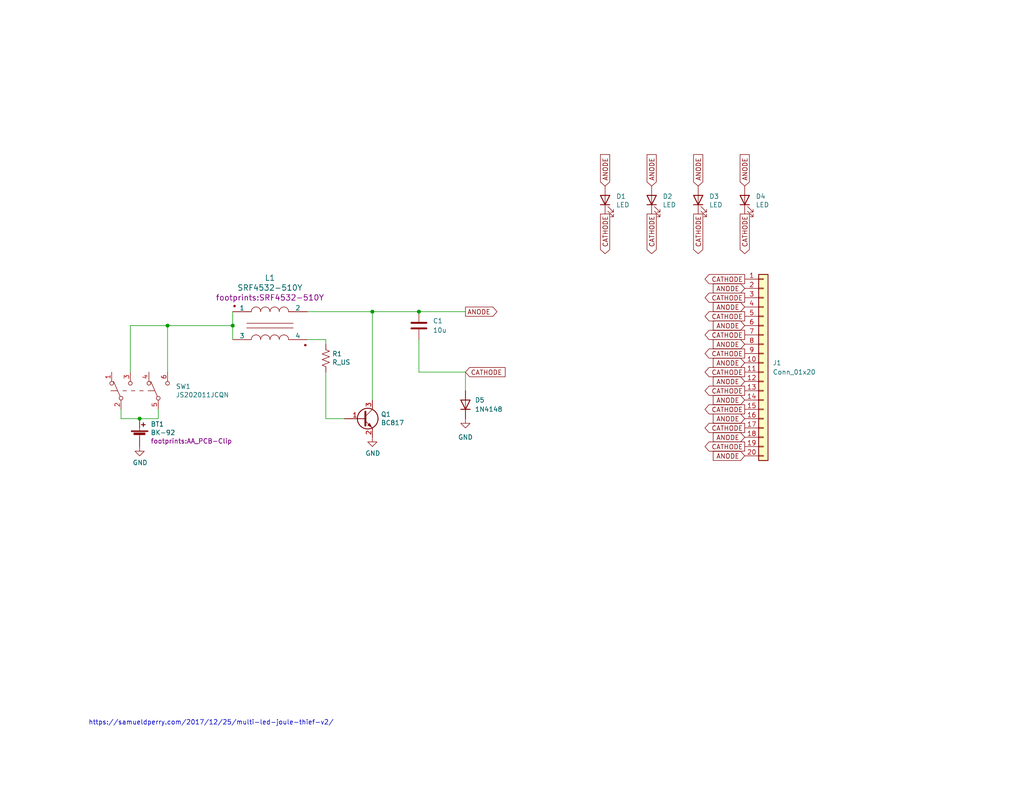
<source format=kicad_sch>
(kicad_sch (version 20211123) (generator eeschema)
  (paper "USLetter")
  (title_block (title "2021 Ornament") (date "2021-10-24") (rev "A") (company "Blaise Thompson"))
  (lib_symbols
    (symbol "Connector_Generic:Conn_01x20" (pin_names (offset 1.016) hide)
      (property "Reference" "J" (at 0 25.4 0))
      (property "Value" "Conn_01x20" (at 0 -27.94 0))
      (symbol "Conn_01x20_1_1"
        (rectangle (start -1.27 -25.273) (end 0 -25.527) (stroke (width 0.1524)))
        (rectangle (start -1.27 -22.733) (end 0 -22.987) (stroke (width 0.1524)))
        (rectangle (start -1.27 -20.193) (end 0 -20.447) (stroke (width 0.1524)))
        (rectangle (start -1.27 -17.653) (end 0 -17.907) (stroke (width 0.1524)))
        (rectangle (start -1.27 -15.113) (end 0 -15.367) (stroke (width 0.1524)))
        (rectangle (start -1.27 -12.573) (end 0 -12.827) (stroke (width 0.1524)))
        (rectangle (start -1.27 -10.033) (end 0 -10.287) (stroke (width 0.1524)))
        (rectangle (start -1.27 -7.493) (end 0 -7.747) (stroke (width 0.1524)))
        (rectangle (start -1.27 -4.953) (end 0 -5.207) (stroke (width 0.1524)))
        (rectangle (start -1.27 -2.413) (end 0 -2.667) (stroke (width 0.1524)))
        (rectangle (start -1.27 0.127) (end 0 -0.127) (stroke (width 0.1524)))
        (rectangle (start -1.27 2.667) (end 0 2.413) (stroke (width 0.1524)))
        (rectangle (start -1.27 5.207) (end 0 4.953) (stroke (width 0.1524)))
        (rectangle (start -1.27 7.747) (end 0 7.493) (stroke (width 0.1524)))
        (rectangle (start -1.27 10.287) (end 0 10.033) (stroke (width 0.1524)))
        (rectangle (start -1.27 12.827) (end 0 12.573) (stroke (width 0.1524)))
        (rectangle (start -1.27 15.367) (end 0 15.113) (stroke (width 0.1524)))
        (rectangle (start -1.27 17.907) (end 0 17.653) (stroke (width 0.1524)))
        (rectangle (start -1.27 20.447) (end 0 20.193) (stroke (width 0.1524)))
        (rectangle (start -1.27 22.987) (end 0 22.733) (stroke (width 0.1524)))
        (rectangle (start -1.27 24.13) (end 1.27 -26.67) (stroke (width 0.254)) (fill (type background)))
        (pin passive line (at -5.08 22.86 0) (length 3.81) (name "Pin_1") (number "1"))
        (pin passive line (at -5.08 0 0) (length 3.81) (name "Pin_10") (number "10"))
        (pin passive line (at -5.08 -2.54 0) (length 3.81) (name "Pin_11") (number "11"))
        (pin passive line (at -5.08 -5.08 0) (length 3.81) (name "Pin_12") (number "12"))
        (pin passive line (at -5.08 -7.62 0) (length 3.81) (name "Pin_13") (number "13"))
        (pin passive line (at -5.08 -10.16 0) (length 3.81) (name "Pin_14") (number "14"))
        (pin passive line (at -5.08 -12.7 0) (length 3.81) (name "Pin_15") (number "15"))
        (pin passive line (at -5.08 -15.24 0) (length 3.81) (name "Pin_16") (number "16"))
        (pin passive line (at -5.08 -17.78 0) (length 3.81) (name "Pin_17") (number "17"))
        (pin passive line (at -5.08 -20.32 0) (length 3.81) (name "Pin_18") (number "18"))
        (pin passive line (at -5.08 -22.86 0) (length 3.81) (name "Pin_19") (number "19"))
        (pin passive line (at -5.08 20.32 0) (length 3.81) (name "Pin_2") (number "2"))
        (pin passive line (at -5.08 -25.4 0) (length 3.81) (name "Pin_20") (number "20"))
        (pin passive line (at -5.08 17.78 0) (length 3.81) (name "Pin_3") (number "3"))
        (pin passive line (at -5.08 15.24 0) (length 3.81) (name "Pin_4") (number "4"))
        (pin passive line (at -5.08 12.7 0) (length 3.81) (name "Pin_5") (number "5"))
        (pin passive line (at -5.08 10.16 0) (length 3.81) (name "Pin_6") (number "6"))
        (pin passive line (at -5.08 7.62 0) (length 3.81) (name "Pin_7") (number "7"))
        (pin passive line (at -5.08 5.08 0) (length 3.81) (name "Pin_8") (number "8"))
        (pin passive line (at -5.08 2.54 0) (length 3.81) (name "Pin_9") (number "9"))
      )
    )
    (symbol "Device:Battery_Cell" (pin_numbers hide) (pin_names (offset 0) hide)
      (property "Reference" "BT" (at 2.54 2.54 0))
      (property "Value" "Battery_Cell" (at 2.54 0 0))
      (symbol "Battery_Cell_0_1"
        (rectangle (start -2.286 1.778) (end 2.286 1.524) (fill (type outline)))
        (rectangle (start -1.5748 1.1938) (end 1.4732 0.6858) (fill (type outline)))
        (polyline (pts (xy 0 0.762) (xy 0 0)))
        (polyline (pts (xy 0 1.778) (xy 0 2.54)))
        (polyline (pts (xy 0.508 3.429) (xy 1.524 3.429)) (stroke (width 0.254)))
        (polyline (pts (xy 1.016 3.937) (xy 1.016 2.921)) (stroke (width 0.254)))
      )
      (symbol "Battery_Cell_1_1"
        (pin passive line (at 0 5.08 270) (length 2.54) (name "+") (number "1"))
        (pin passive line (at 0 -2.54 90) (length 2.54) (name "-") (number "2"))
      )
    )
    (symbol "Device:C" (pin_numbers hide) (pin_names (offset 0.254))
      (property "Reference" "C" (at 0.635 2.54 0))
      (property "Value" "C" (at 0.635 -2.54 0))
      (symbol "C_0_1"
        (polyline (pts (xy -2.032 -0.762) (xy 2.032 -0.762)) (stroke (width 0.508)))
        (polyline (pts (xy -2.032 0.762) (xy 2.032 0.762)) (stroke (width 0.508)))
      )
      (symbol "C_1_1"
        (pin passive line (at 0 3.81 270) (length 2.794) (name "~") (number "1"))
        (pin passive line (at 0 -3.81 90) (length 2.794) (name "~") (number "2"))
      )
    )
    (symbol "Device:LED" (pin_numbers hide) (pin_names (offset 1.016) hide)
      (property "Reference" "D" (at 0 2.54 0))
      (property "Value" "LED" (at 0 -2.54 0))
      (symbol "LED_0_1"
        (polyline (pts (xy -1.27 -1.27) (xy -1.27 1.27)) (stroke (width 0.254)))
        (polyline (pts (xy -1.27 0) (xy 1.27 0)))
        (polyline (pts (xy 1.27 -1.27) (xy 1.27 1.27) (xy -1.27 0) (xy 1.27 -1.27)) (stroke (width 0.254)))
        (polyline (pts (xy -3.048 -0.762) (xy -4.572 -2.286) (xy -3.81 -2.286) (xy -4.572 -2.286) (xy -4.572 -1.524)))
        (polyline (pts (xy -1.778 -0.762) (xy -3.302 -2.286) (xy -2.54 -2.286) (xy -3.302 -2.286) (xy -3.302 -1.524)))
      )
      (symbol "LED_1_1"
        (pin passive line (at -3.81 0 0) (length 2.54) (name "K") (number "1"))
        (pin passive line (at 3.81 0 180) (length 2.54) (name "A") (number "2"))
      )
    )
    (symbol "Device:R_US" (pin_numbers hide) (pin_names (offset 0))
      (property "Reference" "R" (at 2.54 0 90))
      (property "Value" "R_US" (at -2.54 0 90))
      (symbol "R_US_0_1"
        (polyline (pts (xy 0 -2.286) (xy 0 -2.54)))
        (polyline (pts (xy 0 2.286) (xy 0 2.54)))
        (polyline (pts (xy 0 -0.762) (xy 1.016 -1.143) (xy 0 -1.524) (xy -1.016 -1.905) (xy 0 -2.286)))
        (polyline (pts (xy 0 0.762) (xy 1.016 0.381) (xy 0 0) (xy -1.016 -0.381) (xy 0 -0.762)))
        (polyline (pts (xy 0 2.286) (xy 1.016 1.905) (xy 0 1.524) (xy -1.016 1.143) (xy 0 0.762)))
      )
      (symbol "R_US_1_1"
        (pin passive line (at 0 3.81 270) (length 1.27) (name "~") (number "1"))
        (pin passive line (at 0 -3.81 90) (length 1.27) (name "~") (number "2"))
      )
    )
    (symbol "Diode:1N4148" (pin_numbers hide) (pin_names hide)
      (property "Reference" "D" (at 0 2.54 0))
      (property "Value" "1N4148" (at 0 -2.54 0))
      (symbol "1N4148_0_1"
        (polyline (pts (xy -1.27 1.27) (xy -1.27 -1.27)) (stroke (width 0.254)))
        (polyline (pts (xy 1.27 0) (xy -1.27 0)))
        (polyline (pts (xy 1.27 1.27) (xy 1.27 -1.27) (xy -1.27 0) (xy 1.27 1.27)) (stroke (width 0.254)))
      )
      (symbol "1N4148_1_1"
        (pin passive line (at -3.81 0 0) (length 2.54) (name "K") (number "1"))
        (pin passive line (at 3.81 0 180) (length 2.54) (name "A") (number "2"))
      )
    )
    (symbol "SRF4532-510Y:SRF4532-510Y" (pin_numbers hide) (pin_names (offset 0))
      (property "Reference" "L" (at 0 -6.35 0))
      (property "Value" "SRF4532-510Y" (at 0 7.62 0))
      (symbol "SRF4532-510Y_0_1"
        (circle (center -9.652 5.334) (radius 0.254) (fill (type outline)))
        (arc (start -3.81 -2.54) (mid -4.7246 -2.9029) (end -5.08 -3.81))
        (arc (start -3.81 5.08) (mid -4.7246 4.7171) (end -5.08 3.81))
        (arc (start -2.54 -3.81) (mid -2.9029 -2.8954) (end -3.81 -2.54))
        (arc (start -2.54 3.81) (mid -2.9029 4.7246) (end -3.81 5.08))
        (arc (start -1.27 -2.54) (mid -2.1846 -2.9029) (end -2.54 -3.81))
        (arc (start -1.27 5.08) (mid -2.1846 4.7171) (end -2.54 3.81))
        (arc (start 0 -3.81) (mid -0.3629 -2.8954) (end -1.27 -2.54))
        (polyline (pts (xy -6.35 0.635) (xy 6.35 0.635)))
        (polyline (pts (xy 6.35 -0.635) (xy -6.35 -0.635)))
        (arc (start 0 3.81) (mid -0.3629 4.7246) (end -1.27 5.08))
        (arc (start 1.27 -2.54) (mid 0.3554 -2.9029) (end 0 -3.81))
        (arc (start 1.27 5.08) (mid 0.3554 4.7171) (end 0 3.81))
        (arc (start 2.54 -3.81) (mid 2.1771 -2.8954) (end 1.27 -2.54))
        (arc (start 2.54 3.81) (mid 2.1771 4.7246) (end 1.27 5.08))
        (arc (start 3.81 -2.54) (mid 2.8954 -2.9029) (end 2.54 -3.81))
        (arc (start 3.81 5.08) (mid 2.8954 4.7171) (end 2.54 3.81))
        (arc (start 5.08 -3.81) (mid 4.7171 -2.8954) (end 3.81 -2.54))
        (arc (start 5.08 3.81) (mid 4.7171 4.7246) (end 3.81 5.08))
        (circle (center 9.652 -5.334) (radius 0.254) (fill (type outline)))
      )
      (symbol "SRF4532-510Y_1_1"
        (pin input line (at -10.16 3.81 0) (length 5.08) (name "1") (number "1"))
        (pin input line (at 10.16 3.81 180) (length 5.08) (name "2") (number "2"))
        (pin input line (at -10.16 -3.81 0) (length 5.08) (name "3") (number "3"))
        (pin input line (at 10.16 -3.81 180) (length 5.08) (name "4") (number "4"))
      )
    )
    (symbol "Switch:SW_Push_DPDT" (pin_names (offset 0) hide)
      (property "Reference" "SW" (at 0 8.89 0))
      (property "Value" "SW_Push_DPDT" (at 0 -10.16 0))
      (symbol "SW_Push_DPDT_0_0"
        (circle (center -2.032 -5.08) (radius 0.508))
        (circle (center -2.032 5.08) (radius 0.508))
        (circle (center 2.032 -7.62) (radius 0.508))
        (circle (center 2.032 2.54) (radius 0.508))
      )
      (symbol "SW_Push_DPDT_0_1"
        (polyline (pts (xy -1.524 -4.826) (xy 2.54 -3.048)))
        (polyline (pts (xy -1.524 5.334) (xy 2.54 7.112)))
        (polyline (pts (xy 0 -2.286) (xy 0 -4.064)))
        (polyline (pts (xy 0 -1.016) (xy 0 0)))
        (polyline (pts (xy 0 1.27) (xy 0 2.286)))
        (polyline (pts (xy 0 3.556) (xy 0 4.572)))
        (polyline (pts (xy 0 7.874) (xy 0 6.096)))
        (circle (center 2.032 -2.54) (radius 0.508))
        (circle (center 2.032 7.62) (radius 0.508))
      )
      (symbol "SW_Push_DPDT_1_1"
        (pin passive line (at 5.08 7.62 180) (length 2.54) (name "A") (number "1"))
        (pin passive line (at -5.08 5.08 0) (length 2.54) (name "B") (number "2"))
        (pin passive line (at 5.08 2.54 180) (length 2.54) (name "C") (number "3"))
        (pin passive line (at 5.08 -2.54 180) (length 2.54) (name "A") (number "4"))
        (pin passive line (at -5.08 -5.08 0) (length 2.54) (name "B") (number "5"))
        (pin passive line (at 5.08 -7.62 180) (length 2.54) (name "C") (number "6"))
      )
    )
    (symbol "Transistor_BJT:BC817" (pin_names (offset 0) hide)
      (property "Reference" "Q" (at 5.08 1.905 0))
      (property "Value" "BC817" (at 5.08 0 0))
      (symbol "BC817_0_1"
        (polyline (pts (xy 0.635 0.635) (xy 2.54 2.54)))
        (polyline (pts (xy 0.635 -0.635) (xy 2.54 -2.54) (xy 2.54 -2.54)))
        (polyline (pts (xy 0.635 1.905) (xy 0.635 -1.905) (xy 0.635 -1.905)) (stroke (width 0.508)))
        (polyline (pts (xy 1.27 -1.778) (xy 1.778 -1.27) (xy 2.286 -2.286) (xy 1.27 -1.778) (xy 1.27 -1.778)) (fill (type outline)))
        (circle (center 1.27 0) (radius 2.8194) (stroke (width 0.254)))
      )
      (symbol "BC817_1_1"
        (pin input line (at -5.08 0 0) (length 5.715) (name "B") (number "1"))
        (pin passive line (at 2.54 -5.08 90) (length 2.54) (name "E") (number "2"))
        (pin passive line (at 2.54 5.08 270) (length 2.54) (name "C") (number "3"))
      )
    )
    (symbol "power:GND" (power) (pin_names (offset 0))
      (property "Value" "GND" (at 0 -3.81 0))
      (symbol "GND_0_1"
        (polyline (pts (xy 0 0) (xy 0 -1.27) (xy 1.27 -1.27) (xy 0 -2.54) (xy -1.27 -1.27) (xy 0 -1.27)))
      )
      (symbol "GND_1_1"
        (pin power_in line (at 0 0 270) (length 0) hide (name "GND") (number "1"))
      )
    )
  )
  (junction (at 101.6 85.09))
  (junction (at 38.1 114.3))
  (junction (at 63.5 88.9))
  (junction (at 114.3 85.09))
  (junction (at 45.72 88.9))
  (wire (pts (xy 63.5 88.9) (xy 63.5 92.71)))
  (wire (pts (xy 127 101.6) (xy 114.3 101.6)))
  (wire (pts (xy 38.1 114.3) (xy 43.18 114.3)))
  (wire (pts (xy 83.82 92.71) (xy 88.9 92.71)))
  (wire (pts (xy 114.3 101.6) (xy 114.3 92.71)))
  (wire (pts (xy 88.9 114.3) (xy 93.98 114.3)))
  (wire (pts (xy 114.3 85.09) (xy 127 85.09)))
  (wire (pts (xy 127 101.6) (xy 127 106.68)))
  (wire (pts (xy 35.56 88.9) (xy 45.72 88.9)))
  (wire (pts (xy 63.5 88.9) (xy 63.5 85.09)))
  (wire (pts (xy 45.72 88.9) (xy 45.72 101.6)))
  (wire (pts (xy 43.18 114.3) (xy 43.18 111.76)))
  (wire (pts (xy 35.56 101.6) (xy 35.56 88.9)))
  (wire (pts (xy 45.72 88.9) (xy 63.5 88.9)))
  (wire (pts (xy 88.9 92.71) (xy 88.9 93.98)))
  (wire (pts (xy 33.02 114.3) (xy 38.1 114.3)))
  (wire (pts (xy 88.9 101.6) (xy 88.9 114.3)))
  (wire (pts (xy 101.6 85.09) (xy 114.3 85.09)))
  (wire (pts (xy 83.82 85.09) (xy 101.6 85.09)))
  (wire (pts (xy 33.02 111.76) (xy 33.02 114.3)))
  (wire (pts (xy 101.6 85.09) (xy 101.6 109.22)))
  (text "https://samueldperry.com/2017/12/25/multi-led-joule-thief-v2/" (at 24.13 198.12 0) (effects (font (size 1.27 1.27)) (justify left bottom)))
  (global_label "CATHODE" (shape output) (at 203.2 106.68 180) (property "Intersheet References" "${INTERSHEET_REFS}" (effects hide)))
  (global_label "ANODE" (shape input) (at 190.5 50.8 90) (property "Intersheet References" "${INTERSHEET_REFS}" (effects hide)))
  (global_label "CATHODE" (shape output) (at 203.2 81.28 180) (property "Intersheet References" "${INTERSHEET_REFS}" (effects hide)))
  (global_label "ANODE" (shape input) (at 177.8 50.8 90) (property "Intersheet References" "${INTERSHEET_REFS}" (effects hide)))
  (global_label "ANODE" (shape input) (at 203.2 93.98 180) (property "Intersheet References" "${INTERSHEET_REFS}" (effects hide)))
  (global_label "ANODE" (shape input) (at 203.2 124.46 180) (property "Intersheet References" "${INTERSHEET_REFS}" (effects hide)))
  (global_label "CATHODE" (shape output) (at 203.2 121.92 180) (property "Intersheet References" "${INTERSHEET_REFS}" (effects hide)))
  (global_label "ANODE" (shape input) (at 203.2 109.22 180) (property "Intersheet References" "${INTERSHEET_REFS}" (effects hide)))
  (global_label "CATHODE" (shape output) (at 203.2 86.36 180) (property "Intersheet References" "${INTERSHEET_REFS}" (effects hide)))
  (global_label "ANODE" (shape input) (at 165.1 50.8 90) (property "Intersheet References" "${INTERSHEET_REFS}" (effects hide)))
  (global_label "ANODE" (shape input) (at 203.2 104.14 180) (property "Intersheet References" "${INTERSHEET_REFS}" (effects hide)))
  (global_label "CATHODE" (shape output) (at 203.2 101.6 180) (property "Intersheet References" "${INTERSHEET_REFS}" (effects hide)))
  (global_label "CATHODE" (shape output) (at 203.2 116.84 180) (property "Intersheet References" "${INTERSHEET_REFS}" (effects hide)))
  (global_label "ANODE" (shape input) (at 203.2 50.8 90) (property "Intersheet References" "${INTERSHEET_REFS}" (effects hide)))
  (global_label "CATHODE" (shape output) (at 190.5 58.42 270) (property "Intersheet References" "${INTERSHEET_REFS}" (effects hide)))
  (global_label "ANODE" (shape input) (at 203.2 83.82 180) (property "Intersheet References" "${INTERSHEET_REFS}" (effects hide)))
  (global_label "CATHODE" (shape output) (at 203.2 58.42 270) (property "Intersheet References" "${INTERSHEET_REFS}" (effects hide)))
  (global_label "CATHODE" (shape output) (at 203.2 91.44 180) (property "Intersheet References" "${INTERSHEET_REFS}" (effects hide)))
  (global_label "ANODE" (shape input) (at 203.2 88.9 180) (property "Intersheet References" "${INTERSHEET_REFS}" (effects hide)))
  (global_label "CATHODE" (shape output) (at 165.1 58.42 270) (property "Intersheet References" "${INTERSHEET_REFS}" (effects hide)))
  (global_label "ANODE" (shape input) (at 203.2 114.3 180) (property "Intersheet References" "${INTERSHEET_REFS}" (effects hide)))
  (global_label "ANODE" (shape input) (at 203.2 99.06 180) (property "Intersheet References" "${INTERSHEET_REFS}" (effects hide)))
  (global_label "ANODE" (shape input) (at 203.2 78.74 180) (property "Intersheet References" "${INTERSHEET_REFS}" (effects hide)))
  (global_label "ANODE" (shape output) (at 127 85.09 0) (property "Intersheet References" "${INTERSHEET_REFS}" (effects hide)))
  (global_label "CATHODE" (shape output) (at 203.2 76.2 180) (property "Intersheet References" "${INTERSHEET_REFS}" (effects hide)))
  (global_label "CATHODE" (shape output) (at 203.2 111.76 180) (property "Intersheet References" "${INTERSHEET_REFS}" (effects hide)))
  (global_label "CATHODE" (shape output) (at 203.2 96.52 180) (property "Intersheet References" "${INTERSHEET_REFS}" (effects hide)))
  (global_label "CATHODE" (shape output) (at 177.8 58.42 270) (property "Intersheet References" "${INTERSHEET_REFS}" (effects hide)))
  (global_label "ANODE" (shape input) (at 203.2 119.38 180) (property "Intersheet References" "${INTERSHEET_REFS}" (effects hide)))
  (global_label "CATHODE" (shape input) (at 127 101.6 0) (property "Intersheet References" "${INTERSHEET_REFS}" (effects hide)))
  (symbol (lib_id "Device:Battery_Cell") (at 38.1 119.38 0) (unit 1)
    (property "Reference" "BT1" (at 41.0972 115.7986 0) (effects (justify left)))
    (property "Value" "BK-92" (at 41.0972 118.11 0) (effects (justify left)))
    (property "Footprint" "footprints:AA_PCB-Clip" (at 41.0972 120.4214 0) (effects (justify left)))
  )
  (symbol (lib_id "SRF4532-510Y:SRF4532-510Y") (at 73.66 88.9 0) (unit 1)
    (property "Reference" "L1" (at 73.66 75.8698 0) (effects (font (size 1.524 1.524))))
    (property "Value" "SRF4532-510Y" (at 73.66 78.5622 0) (effects (font (size 1.524 1.524))))
    (property "Footprint" "footprints:SRF4532-510Y" (at 73.66 81.2546 0) (effects (font (size 1.524 1.524))))
  )
  (symbol (lib_id "Transistor_BJT:BC817") (at 99.06 114.3 0) (unit 1)
    (property "Reference" "Q1" (at 103.9114 113.1316 0) (effects (justify left)))
    (property "Value" "BC817" (at 103.9114 115.443 0) (effects (justify left)))
    (property "Footprint" "Package_TO_SOT_SMD:SOT-23" (effects hide))
    (property "Datasheet" "https://www.onsemi.com/pub/Collateral/BC818-D.pdf" (effects hide))
  )
  (symbol (lib_id "Device:R_US") (at 88.9 97.79 0) (unit 1)
    (property "Reference" "R1" (at 90.6272 96.6216 0) (effects (justify left)))
    (property "Value" "R_US" (at 90.6272 98.933 0) (effects (justify left)))
    (property "Footprint" "Resistor_SMD:R_1206_3216Metric_Pad1.30x1.75mm_HandSolder" (effects hide))
  )
  (symbol (lib_id "Device:LED") (at 165.1 54.61 90) (unit 1)
    (property "Reference" "D1" (at 168.0972 53.6194 90) (effects (justify right)))
    (property "Value" "LED" (at 168.0972 55.9308 90) (effects (justify right)))
    (property "Footprint" "LED_SMD:LED_1206_3216Metric_Pad1.42x1.75mm_HandSolder" (effects hide))
  )
  (symbol (lib_id "Device:LED") (at 177.8 54.61 90) (unit 1)
    (property "Reference" "D2" (at 180.7972 53.6194 90) (effects (justify right)))
    (property "Value" "LED" (at 180.7972 55.9308 90) (effects (justify right)))
    (property "Footprint" "LED_SMD:LED_1206_3216Metric_Pad1.42x1.75mm_HandSolder" (effects hide))
  )
  (symbol (lib_id "Device:LED") (at 190.5 54.61 90) (unit 1)
    (property "Reference" "D3" (at 193.4972 53.6194 90) (effects (justify right)))
    (property "Value" "LED" (at 193.4972 55.9308 90) (effects (justify right)))
    (property "Footprint" "LED_SMD:LED_1206_3216Metric_Pad1.42x1.75mm_HandSolder" (effects hide))
  )
  (symbol (lib_id "Device:LED") (at 203.2 54.61 90) (unit 1)
    (property "Reference" "D4" (at 206.1972 53.6194 90) (effects (justify right)))
    (property "Value" "LED" (at 206.1972 55.9308 90) (effects (justify right)))
    (property "Footprint" "LED_SMD:LED_1206_3216Metric_Pad1.42x1.75mm_HandSolder" (effects hide))
  )
  (symbol (lib_id "power:GND") (at 38.1 121.92 0) (unit 1)
    (property "Reference" "#PWR01" (effects hide))
    (property "Value" "GND" (at 38.227 126.3142 0))
  )
  (symbol (lib_id "power:GND") (at 101.6 119.38 0) (unit 1)
    (property "Reference" "#PWR02" (effects hide))
    (property "Value" "GND" (at 101.727 123.7742 0))
  )
  (symbol (lib_id "Switch:SW_Push_DPDT") (at 38.1 106.68 90) (unit 1)
    (property "Reference" "SW1" (at 47.9552 105.5116 90) (effects (justify right)))
    (property "Value" "JS202011JCQN" (at 47.9552 107.823 90) (effects (justify right)))
    (property "Footprint" "Button_Switch_SMD:SW_DPDT_CK_JS202011JCQN" (effects hide))
  )
  (symbol (lib_id "Connector_Generic:Conn_01x20") (at 208.28 99.06 0) (unit 1)
    (property "Reference" "J1" (at 210.82 99.0599 0) (effects (justify left)))
    (property "Value" "Conn_01x20" (at 210.82 101.5999 0) (effects (justify left)))
    (property "Footprint" "Connector_PinSocket_2.54mm:PinSocket_1x20_P2.54mm_Vertical" (effects hide))
  )
  (symbol (lib_id "power:GND") (at 127 114.3 0) (unit 1)
    (property "Reference" "#PWR0101" (effects hide))
    (property "Value" "GND" (at 127 119.38 0))
  )
  (symbol (lib_id "Diode:1N4148") (at 127 110.49 90) (unit 1)
    (property "Reference" "D5" (at 129.54 109.2199 90) (effects (justify right)))
    (property "Value" "1N4148" (at 129.54 111.7599 90) (effects (justify right)))
    (property "Footprint" "Diode_THT:D_DO-35_SOD27_P7.62mm_Horizontal" (effects hide))
    (property "Datasheet" "https://assets.nexperia.com/documents/data-sheet/1N4148_1N4448.pdf" (effects hide))
  )
  (symbol (lib_id "Device:C") (at 114.3 88.9 0) (unit 1)
    (property "Reference" "C1" (at 118.11 87.6299 0) (effects (justify left)))
    (property "Value" "10u" (at 118.11 90.1699 0) (effects (justify left)))
    (property "Footprint" "Capacitor_SMD:C_1206_3216Metric_Pad1.33x1.80mm_HandSolder" (effects hide))
  )
)
</source>
